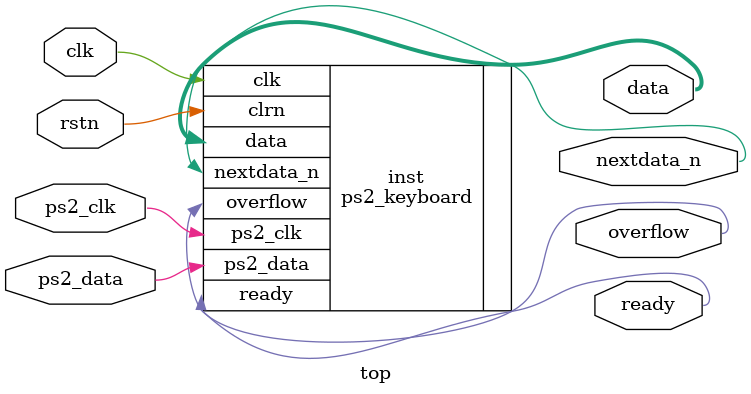
<source format=v>
module top(
    input clk,
    input rstn,
    input ps2_clk,
    input ps2_data,
    output [7:0] data,
    output ready,
    output nextdata_n,
    output overflow
);

    ps2_keyboard inst(
        .clk(clk),
        .clrn(rstn),
        .ps2_clk(ps2_clk),
        .ps2_data(ps2_data),
        .data(data),
        .ready(ready),
        .nextdata_n(nextdata_n),
        .overflow(overflow)
    );

endmodule

</source>
